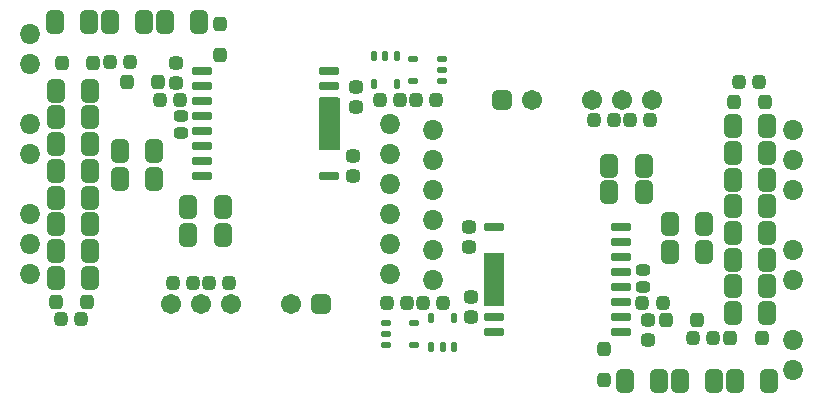
<source format=gts>
G04*
G04 #@! TF.GenerationSoftware,Altium Limited,Altium Designer,19.1.7 (138)*
G04*
G04 Layer_Color=8388736*
%FSLAX44Y44*%
%MOMM*%
G71*
G01*
G75*
G04:AMPARAMS|DCode=22|XSize=1.7272mm|YSize=0.635mm|CornerRadius=0.1588mm|HoleSize=0mm|Usage=FLASHONLY|Rotation=180.000|XOffset=0mm|YOffset=0mm|HoleType=Round|Shape=RoundedRectangle|*
%AMROUNDEDRECTD22*
21,1,1.7272,0.3175,0,0,180.0*
21,1,1.4097,0.6350,0,0,180.0*
1,1,0.3175,-0.7049,0.1588*
1,1,0.3175,0.7049,0.1588*
1,1,0.3175,0.7049,-0.1588*
1,1,0.3175,-0.7049,-0.1588*
%
%ADD22ROUNDEDRECTD22*%
G04:AMPARAMS|DCode=25|XSize=1.2032mm|YSize=1.1032mm|CornerRadius=0.3266mm|HoleSize=0mm|Usage=FLASHONLY|Rotation=90.000|XOffset=0mm|YOffset=0mm|HoleType=Round|Shape=RoundedRectangle|*
%AMROUNDEDRECTD25*
21,1,1.2032,0.4500,0,0,90.0*
21,1,0.5500,1.1032,0,0,90.0*
1,1,0.6532,0.2250,0.2750*
1,1,0.6532,0.2250,-0.2750*
1,1,0.6532,-0.2250,-0.2750*
1,1,0.6532,-0.2250,0.2750*
%
%ADD25ROUNDEDRECTD25*%
G04:AMPARAMS|DCode=26|XSize=1.2032mm|YSize=1.1032mm|CornerRadius=0.3266mm|HoleSize=0mm|Usage=FLASHONLY|Rotation=0.000|XOffset=0mm|YOffset=0mm|HoleType=Round|Shape=RoundedRectangle|*
%AMROUNDEDRECTD26*
21,1,1.2032,0.4500,0,0,0.0*
21,1,0.5500,1.1032,0,0,0.0*
1,1,0.6532,0.2750,-0.2250*
1,1,0.6532,-0.2750,-0.2250*
1,1,0.6532,-0.2750,0.2250*
1,1,0.6532,0.2750,0.2250*
%
%ADD26ROUNDEDRECTD26*%
G04:AMPARAMS|DCode=27|XSize=0.8mm|YSize=0.55mm|CornerRadius=0.1375mm|HoleSize=0mm|Usage=FLASHONLY|Rotation=180.000|XOffset=0mm|YOffset=0mm|HoleType=Round|Shape=RoundedRectangle|*
%AMROUNDEDRECTD27*
21,1,0.8000,0.2750,0,0,180.0*
21,1,0.5250,0.5500,0,0,180.0*
1,1,0.2750,-0.2625,0.1375*
1,1,0.2750,0.2625,0.1375*
1,1,0.2750,0.2625,-0.1375*
1,1,0.2750,-0.2625,-0.1375*
%
%ADD27ROUNDEDRECTD27*%
G04:AMPARAMS|DCode=28|XSize=0.8mm|YSize=0.55mm|CornerRadius=0.1375mm|HoleSize=0mm|Usage=FLASHONLY|Rotation=270.000|XOffset=0mm|YOffset=0mm|HoleType=Round|Shape=RoundedRectangle|*
%AMROUNDEDRECTD28*
21,1,0.8000,0.2750,0,0,270.0*
21,1,0.5250,0.5500,0,0,270.0*
1,1,0.2750,-0.1375,-0.2625*
1,1,0.2750,-0.1375,0.2625*
1,1,0.2750,0.1375,0.2625*
1,1,0.2750,0.1375,-0.2625*
%
%ADD28ROUNDEDRECTD28*%
G04:AMPARAMS|DCode=29|XSize=1.2032mm|YSize=1.2032mm|CornerRadius=0.3516mm|HoleSize=0mm|Usage=FLASHONLY|Rotation=90.000|XOffset=0mm|YOffset=0mm|HoleType=Round|Shape=RoundedRectangle|*
%AMROUNDEDRECTD29*
21,1,1.2032,0.5000,0,0,90.0*
21,1,0.5000,1.2032,0,0,90.0*
1,1,0.7032,0.2500,0.2500*
1,1,0.7032,0.2500,-0.2500*
1,1,0.7032,-0.2500,-0.2500*
1,1,0.7032,-0.2500,0.2500*
%
%ADD29ROUNDEDRECTD29*%
G04:AMPARAMS|DCode=30|XSize=1.1932mm|YSize=0.9832mm|CornerRadius=0.2966mm|HoleSize=0mm|Usage=FLASHONLY|Rotation=0.000|XOffset=0mm|YOffset=0mm|HoleType=Round|Shape=RoundedRectangle|*
%AMROUNDEDRECTD30*
21,1,1.1932,0.3900,0,0,0.0*
21,1,0.6000,0.9832,0,0,0.0*
1,1,0.5932,0.3000,-0.1950*
1,1,0.5932,-0.3000,-0.1950*
1,1,0.5932,-0.3000,0.1950*
1,1,0.5932,0.3000,0.1950*
%
%ADD30ROUNDEDRECTD30*%
G04:AMPARAMS|DCode=31|XSize=2.0032mm|YSize=1.5032mm|CornerRadius=0.4266mm|HoleSize=0mm|Usage=FLASHONLY|Rotation=270.000|XOffset=0mm|YOffset=0mm|HoleType=Round|Shape=RoundedRectangle|*
%AMROUNDEDRECTD31*
21,1,2.0032,0.6500,0,0,270.0*
21,1,1.1500,1.5032,0,0,270.0*
1,1,0.8532,-0.3250,-0.5750*
1,1,0.8532,-0.3250,0.5750*
1,1,0.8532,0.3250,0.5750*
1,1,0.8532,0.3250,-0.5750*
%
%ADD31ROUNDEDRECTD31*%
G04:AMPARAMS|DCode=32|XSize=1.2032mm|YSize=1.2032mm|CornerRadius=0.3516mm|HoleSize=0mm|Usage=FLASHONLY|Rotation=0.000|XOffset=0mm|YOffset=0mm|HoleType=Round|Shape=RoundedRectangle|*
%AMROUNDEDRECTD32*
21,1,1.2032,0.5000,0,0,0.0*
21,1,0.5000,1.2032,0,0,0.0*
1,1,0.7032,0.2500,-0.2500*
1,1,0.7032,-0.2500,-0.2500*
1,1,0.7032,-0.2500,0.2500*
1,1,0.7032,0.2500,0.2500*
%
%ADD32ROUNDEDRECTD32*%
%ADD33O,1.7272X1.7032*%
%ADD34C,1.7112*%
G04:AMPARAMS|DCode=35|XSize=1.7112mm|YSize=1.7112mm|CornerRadius=0.4786mm|HoleSize=0mm|Usage=FLASHONLY|Rotation=0.000|XOffset=0mm|YOffset=0mm|HoleType=Round|Shape=RoundedRectangle|*
%AMROUNDEDRECTD35*
21,1,1.7112,0.7540,0,0,0.0*
21,1,0.7540,1.7112,0,0,0.0*
1,1,0.9572,0.3770,-0.3770*
1,1,0.9572,-0.3770,-0.3770*
1,1,0.9572,-0.3770,0.3770*
1,1,0.9572,0.3770,0.3770*
%
%ADD35ROUNDEDRECTD35*%
G36*
X404531Y132969D02*
Y177419D01*
X421803D01*
Y132969D01*
X404531D01*
D02*
G37*
G36*
X282550Y308991D02*
Y264541D01*
X265278D01*
Y308991D01*
X282550D01*
D02*
G37*
D22*
X273914Y242316D02*
D03*
Y267716D02*
D03*
Y280416D02*
D03*
Y293116D02*
D03*
Y305816D02*
D03*
Y318516D02*
D03*
Y331216D02*
D03*
X166218D02*
D03*
Y318516D02*
D03*
Y305816D02*
D03*
Y293116D02*
D03*
Y280416D02*
D03*
Y267716D02*
D03*
Y255016D02*
D03*
Y242316D02*
D03*
X413167Y199644D02*
D03*
Y136144D02*
D03*
Y110744D02*
D03*
X520863D02*
D03*
X413167Y161544D02*
D03*
Y174244D02*
D03*
Y148844D02*
D03*
X520863Y174244D02*
D03*
X413167Y123444D02*
D03*
X520863Y186944D02*
D03*
Y161544D02*
D03*
Y136144D02*
D03*
Y199644D02*
D03*
Y123444D02*
D03*
Y148844D02*
D03*
D25*
X528710Y290068D02*
D03*
X545710D02*
D03*
X497976D02*
D03*
X514976D02*
D03*
X189094Y151892D02*
D03*
X172094D02*
D03*
X158496D02*
D03*
X141496D02*
D03*
X333874Y306832D02*
D03*
X316874D02*
D03*
X347608Y307086D02*
D03*
X364608D02*
D03*
X105274Y338836D02*
D03*
X88274D02*
D03*
X130692Y307086D02*
D03*
X147692D02*
D03*
X598796Y105664D02*
D03*
X581796D02*
D03*
X339716Y135128D02*
D03*
X322716D02*
D03*
X46872Y121158D02*
D03*
X63872D02*
D03*
X620404Y322072D02*
D03*
X637404D02*
D03*
X539046Y135128D02*
D03*
X556046D02*
D03*
X370450D02*
D03*
X353450D02*
D03*
D26*
X294132Y259452D02*
D03*
Y242452D02*
D03*
X296418Y318380D02*
D03*
Y301380D02*
D03*
X393954Y123580D02*
D03*
Y140580D02*
D03*
X143764Y338310D02*
D03*
Y321310D02*
D03*
X392430Y199508D02*
D03*
Y182508D02*
D03*
X543864Y121022D02*
D03*
Y104022D02*
D03*
D27*
X345124Y322732D02*
D03*
Y341732D02*
D03*
X369124D02*
D03*
Y332232D02*
D03*
Y322732D02*
D03*
X345502Y118466D02*
D03*
Y99466D02*
D03*
X321502D02*
D03*
Y108966D02*
D03*
Y118466D02*
D03*
D28*
X330810Y320232D02*
D03*
X311810D02*
D03*
Y344232D02*
D03*
X321310D02*
D03*
X330810D02*
D03*
X360324Y121982D02*
D03*
X379324D02*
D03*
Y97982D02*
D03*
X369824D02*
D03*
X360324D02*
D03*
D29*
X129074Y321818D02*
D03*
X102574D02*
D03*
X558758Y120396D02*
D03*
X585258D02*
D03*
X73956Y338328D02*
D03*
X47456D02*
D03*
X68876Y135890D02*
D03*
X42376D02*
D03*
X642662Y305308D02*
D03*
X616162D02*
D03*
X613368Y105664D02*
D03*
X639868D02*
D03*
D30*
X148590Y279400D02*
D03*
Y293400D02*
D03*
X539496Y148702D02*
D03*
Y162702D02*
D03*
D31*
X71649Y247141D02*
D03*
X42649D02*
D03*
Y269747D02*
D03*
X71649D02*
D03*
Y292353D02*
D03*
X42649D02*
D03*
X71649Y314959D02*
D03*
X42649D02*
D03*
Y224281D02*
D03*
X71649D02*
D03*
Y156209D02*
D03*
X42649D02*
D03*
X71649Y178900D02*
D03*
X42649D02*
D03*
X71649Y201590D02*
D03*
X42649D02*
D03*
X41381Y373057D02*
D03*
X70381D02*
D03*
X88117D02*
D03*
X117117D02*
D03*
X134853D02*
D03*
X163853D02*
D03*
X615421Y126493D02*
D03*
X644421D02*
D03*
X615421Y149099D02*
D03*
X644421D02*
D03*
X615421Y171705D02*
D03*
X644421D02*
D03*
X615421Y194311D02*
D03*
X644421D02*
D03*
Y216917D02*
D03*
X615421D02*
D03*
Y239523D02*
D03*
X644421D02*
D03*
X615421Y262129D02*
D03*
X644421D02*
D03*
Y284735D02*
D03*
X615421D02*
D03*
X125751Y240031D02*
D03*
X96751D02*
D03*
X125751Y263651D02*
D03*
X96751D02*
D03*
X183663Y216545D02*
D03*
X154663D02*
D03*
X183663Y192531D02*
D03*
X154663D02*
D03*
X591079Y201930D02*
D03*
X562079D02*
D03*
X591079Y177991D02*
D03*
X562079D02*
D03*
X540027Y228855D02*
D03*
X511027D02*
D03*
X540027Y251461D02*
D03*
X511027D02*
D03*
X599717Y69089D02*
D03*
X570717D02*
D03*
X552981D02*
D03*
X523981D02*
D03*
X646453D02*
D03*
X617453D02*
D03*
D32*
X506476Y69554D02*
D03*
Y96054D02*
D03*
X181610Y344890D02*
D03*
Y371390D02*
D03*
D33*
X666750Y256540D02*
D03*
Y281940D02*
D03*
Y231140D02*
D03*
Y180340D02*
D03*
Y154940D02*
D03*
Y78740D02*
D03*
Y104140D02*
D03*
X20320Y337820D02*
D03*
Y363220D02*
D03*
Y287020D02*
D03*
Y261620D02*
D03*
Y210820D02*
D03*
Y185420D02*
D03*
Y160020D02*
D03*
X325120Y185420D02*
D03*
Y261620D02*
D03*
Y210820D02*
D03*
Y236220D02*
D03*
X325120Y287020D02*
D03*
X325120Y160020D02*
D03*
X361950Y281940D02*
D03*
X361950Y180340D02*
D03*
Y154940D02*
D03*
Y231140D02*
D03*
Y205740D02*
D03*
Y256540D02*
D03*
D34*
X547370Y307340D02*
D03*
X521970D02*
D03*
X496570D02*
D03*
X445770D02*
D03*
X139700Y134620D02*
D03*
X165100D02*
D03*
X190500D02*
D03*
X241300D02*
D03*
D35*
X420370Y307340D02*
D03*
X266700Y134620D02*
D03*
M02*

</source>
